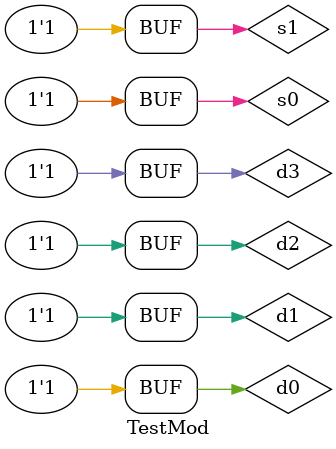
<source format=v>

module MuxMod(s0, s1, d0, d1, d2, d3, o);
	input s0, s1, d0, d1, d2, d3;
	output o;

	wire and0, and1, and2, and3;

	and(and0, ((~s0) & (~s1)), d0);
	and(and1, (s0 & (~s1)), d1);
	and(and2, ((~s0) & s1), d2);
	and(and3, (s0 & s1), d3);
	or(o, (and0 | and1), (and2 | and3));
endmodule

module TestMod;
	reg s0, s1, d0, d1, d2, d3;
	wire o;
	MuxMod my_mux(s0, s1, d0, d1, d2, d3, o);

	initial begin
		$display("Time\ts1\ts0\td0\td1\td2\td3\to");
		$display("---------------------------------------------------------");
		$monitor("%0d\t%b\t%b\t%b\t%b\t%b\t%b\t%b", $time, s1, s0, d0, d1, d2, d3, o);
	end

	initial begin
	//#1
		s0 = 0; s1 = 0; d0 = 0; d1 = 0; d2 = 0; d3 = 0; #1;
		s0 = 0; s1 = 0; d0 = 0; d1 = 0; d2 = 0; d3 = 1; #1;
		s0 = 0; s1 = 0; d0 = 0; d1 = 0; d2 = 1; d3 = 0; #1;
                s0 = 0; s1 = 0; d0 = 0; d1 = 0; d2 = 1; d3 = 1; #1;
                s0 = 0; s1 = 0; d0 = 0; d1 = 1; d2 = 0; d3 = 0; #1;
                s0 = 0; s1 = 0; d0 = 0; d1 = 1; d2 = 0; d3 = 1; #1;
                s0 = 0; s1 = 0; d0 = 0; d1 = 1; d2 = 1; d3 = 0; #1;
                s0 = 0; s1 = 0; d0 = 0; d1 = 1; d2 = 1; d3 = 1; #1;
	//#2
                s0 = 0; s1 = 0; d0 = 1; d1 = 0; d2 = 0; d3 = 1; #1;
                s0 = 0; s1 = 0; d0 = 1; d1 = 0; d2 = 1; d3 = 0; #1;
                s0 = 0; s1 = 0; d0 = 1; d1 = 0; d2 = 1; d3 = 0; #1;
                s0 = 0; s1 = 0; d0 = 1; d1 = 0; d2 = 1; d3 = 1; #1;
                s0 = 0; s1 = 0; d0 = 1; d1 = 1; d2 = 0; d3 = 0; #1;
                s0 = 0; s1 = 0; d0 = 1; d1 = 1; d2 = 0; d3 = 1; #1;
                s0 = 0; s1 = 0; d0 = 1; d1 = 1; d2 = 1; d3 = 0; #1;
                s0 = 0; s1 = 0; d0 = 1; d1 = 1; d2 = 1; d3 = 1; #1;
	//#3
		s0 = 1; s1 = 0; d0 = 0; d1 = 0; d2 = 0; d3 = 0; #1;
                s0 = 1; s1 = 0; d0 = 0; d1 = 0; d2 = 0; d3 = 1; #1;
                s0 = 1; s1 = 0; d0 = 0; d1 = 0; d2 = 1; d3 = 0; #1;
                s0 = 1; s1 = 0; d0 = 0; d1 = 0; d2 = 1; d3 = 1; #1;
                s0 = 1; s1 = 0; d0 = 0; d1 = 1; d2 = 0; d3 = 0; #1;
                s0 = 1; s1 = 0; d0 = 0; d1 = 1; d2 = 0; d3 = 1; #1;
                s0 = 1; s1 = 0; d0 = 0; d1 = 1; d2 = 1; d3 = 0; #1;
                s0 = 1; s1 = 0; d0 = 0; d1 = 1; d2 = 1; d3 = 1; #1;
	//#4
                s0 = 1; s1 = 0; d0 = 1; d1 = 0; d2 = 0; d3 = 0; #1;
                s0 = 1; s1 = 0; d0 = 1; d1 = 0; d2 = 0; d3 = 1; #1;
                s0 = 1; s1 = 0; d0 = 1; d1 = 0; d2 = 1; d3 = 0; #1;
                s0 = 1; s1 = 0; d0 = 1; d1 = 0; d2 = 1; d3 = 1; #1;
                s0 = 1; s1 = 0; d0 = 1; d1 = 1; d2 = 0; d3 = 0; #1;
                s0 = 1; s1 = 0; d0 = 1; d1 = 1; d2 = 0; d3 = 1; #1;
                s0 = 1; s1 = 0; d0 = 1; d1 = 1; d2 = 1; d3 = 0; #1;
                s0 = 1; s1 = 0; d0 = 1; d1 = 1; d2 = 1; d3 = 1; #1;
	//#5
                s0 = 0; s1 = 1; d0 = 0; d1 = 0; d2 = 0; d3 = 0; #1;
                s0 = 0; s1 = 1; d0 = 0; d1 = 0; d2 = 0; d3 = 1; #1;
                s0 = 0; s1 = 1; d0 = 0; d1 = 0; d2 = 1; d3 = 0; #1;
                s0 = 0; s1 = 1; d0 = 0; d1 = 0; d2 = 1; d3 = 1; #1;
                s0 = 0; s1 = 1; d0 = 0; d1 = 1; d2 = 0; d3 = 0; #1;
                s0 = 0; s1 = 1; d0 = 0; d1 = 1; d2 = 0; d3 = 1; #1;
                s0 = 0; s1 = 1; d0 = 0; d1 = 1; d2 = 1; d3 = 0; #1;
                s0 = 0; s1 = 1; d0 = 0; d1 = 1; d2 = 1; d3 = 1; #1;
	//#6
		s0 = 0; s1 = 1; d0 = 1; d1 = 0; d2 = 0; d3 = 0; #1;
                s0 = 0; s1 = 1; d0 = 1; d1 = 0; d2 = 0; d3 = 1; #1;
                s0 = 0; s1 = 1; d0 = 1; d1 = 0; d2 = 1; d3 = 0; #1;
                s0 = 0; s1 = 1; d0 = 1; d1 = 0; d2 = 1; d3 = 1; #1;
                s0 = 0; s1 = 1; d0 = 1; d1 = 1; d2 = 0; d3 = 0; #1;
                s0 = 0; s1 = 1; d0 = 1; d1 = 1; d2 = 0; d3 = 1; #1;
                s0 = 0; s1 = 1; d0 = 1; d1 = 1; d2 = 1; d3 = 0; #1;
                s0 = 0; s1 = 1; d0 = 1; d1 = 1; d2 = 1; d3 = 1; #1;
	//#7
                s0 = 1; s1 = 1; d0 = 0; d1 = 0; d2 = 0; d3 = 0; #1;
                s0 = 1; s1 = 1; d0 = 0; d1 = 0; d2 = 0; d3 = 1; #1;
                s0 = 1; s1 = 1; d0 = 0; d1 = 0; d2 = 1; d3 = 0; #1;
                s0 = 1; s1 = 1; d0 = 0; d1 = 0; d2 = 1; d3 = 1; #1;
                s0 = 1; s1 = 1; d0 = 0; d1 = 1; d2 = 0; d3 = 0; #1;
                s0 = 1; s1 = 1; d0 = 0; d1 = 1; d2 = 0; d3 = 1; #1;
                s0 = 1; s1 = 1; d0 = 0; d1 = 1; d2 = 1; d3 = 0; #1;
                s0 = 1; s1 = 1; d0 = 0; d1 = 1; d2 = 1; d3 = 1; #1;
	//#8
                s0 = 1; s1 = 1; d0 = 1; d1 = 0; d2 = 0; d3 = 0; #1;
                s0 = 1; s1 = 1; d0 = 1; d1 = 0; d2 = 0; d3 = 1; #1;
                s0 = 1; s1 = 1; d0 = 1; d1 = 0; d2 = 1; d3 = 0; #1;
                s0 = 1; s1 = 1; d0 = 1; d1 = 0; d2 = 1; d3 = 1; #1;
                s0 = 1; s1 = 1; d0 = 1; d1 = 1; d2 = 0; d3 = 0; #1;
                s0 = 1; s1 = 1; d0 = 1; d1 = 1; d2 = 0; d3 = 1; #1;
                s0 = 1; s1 = 1; d0 = 1; d1 = 1; d2 = 1; d3 = 0; #1;
                s0 = 1; s1 = 1; d0 = 1; d1 = 1; d2 = 1; d3 = 1; #1;
	end
endmodule

</source>
